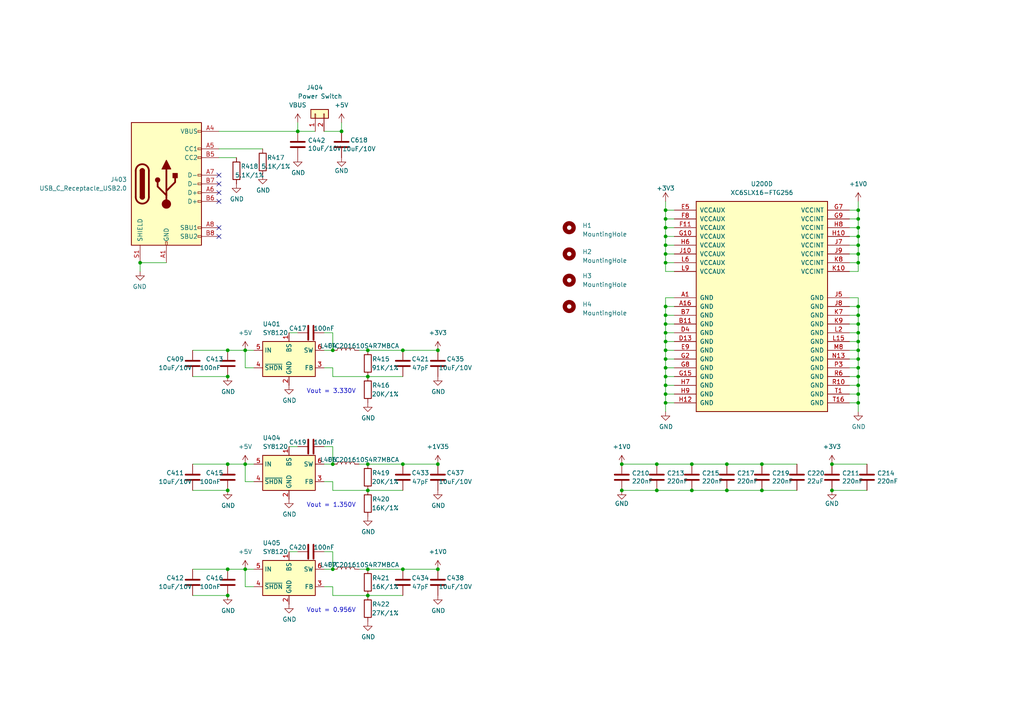
<source format=kicad_sch>
(kicad_sch (version 20230121) (generator eeschema)
  (paper "A4")
  (title_block (title "Caster EPDC") (date "2022-07-03") (rev "R0.4") (company "Copyright 2022 Modos / Engineer: Wenting Zhang"))
  (junction (at 248.92 76.2))
  (junction (at 66.04 101.6))
  (junction (at 116.84 134.62))
  (junction (at 248.92 73.66))
  (junction (at 200.66 134.62) (diameter 0.9144))
  (junction (at 96.52 165.1))
  (junction (at 106.68 165.1) (diameter 0.9144))
  (junction (at 248.92 99.06))
  (junction (at 193.04 88.9))
  (junction (at 106.68 134.62) (diameter 0.9144))
  (junction (at 193.04 68.58))
  (junction (at 71.12 165.1) (diameter 0.9144))
  (junction (at 193.04 111.76))
  (junction (at 71.12 101.6) (diameter 0.9144))
  (junction (at 248.92 116.84))
  (junction (at 106.68 109.22) (diameter 0.9144))
  (junction (at 193.04 99.06))
  (junction (at 106.68 172.72) (diameter 0.9144))
  (junction (at 248.92 101.6))
  (junction (at 193.04 76.2))
  (junction (at 193.04 109.22))
  (junction (at 193.04 101.6))
  (junction (at 116.84 101.6))
  (junction (at 210.82 142.24) (diameter 0.9144))
  (junction (at 248.92 93.98))
  (junction (at 248.92 66.04))
  (junction (at 248.92 114.3))
  (junction (at 193.04 60.96))
  (junction (at 127 101.6))
  (junction (at 220.98 134.62))
  (junction (at 220.98 142.24))
  (junction (at 127 165.1))
  (junction (at 193.04 71.12))
  (junction (at 106.68 101.6) (diameter 0.9144))
  (junction (at 71.12 134.62) (diameter 0.9144))
  (junction (at 248.92 96.52))
  (junction (at 248.92 91.44))
  (junction (at 116.84 165.1))
  (junction (at 200.66 142.24) (diameter 0.9144))
  (junction (at 106.68 142.24) (diameter 0.9144))
  (junction (at 248.92 106.68))
  (junction (at 248.92 88.9))
  (junction (at 66.04 142.24) (diameter 0.9144))
  (junction (at 193.04 104.14))
  (junction (at 193.04 66.04))
  (junction (at 127 134.62))
  (junction (at 248.92 71.12))
  (junction (at 241.3 134.62))
  (junction (at 96.52 134.62))
  (junction (at 193.04 63.5))
  (junction (at 193.04 116.84))
  (junction (at 96.52 101.6))
  (junction (at 86.36 38.1))
  (junction (at 248.92 109.22))
  (junction (at 193.04 106.68))
  (junction (at 66.04 134.62))
  (junction (at 248.92 111.76))
  (junction (at 66.04 172.72) (diameter 0.9144))
  (junction (at 99.06 38.1))
  (junction (at 193.04 114.3))
  (junction (at 193.04 73.66))
  (junction (at 241.3 142.24))
  (junction (at 193.04 93.98))
  (junction (at 210.82 134.62) (diameter 0.9144))
  (junction (at 180.34 134.62))
  (junction (at 190.5 142.24) (diameter 0.9144))
  (junction (at 66.04 165.1))
  (junction (at 66.04 109.22) (diameter 0.9144))
  (junction (at 248.92 104.14))
  (junction (at 180.34 142.24) (diameter 0.9144))
  (junction (at 248.92 68.58))
  (junction (at 193.04 96.52))
  (junction (at 248.92 63.5))
  (junction (at 248.92 60.96))
  (junction (at 190.5 134.62) (diameter 0.9144))
  (junction (at 193.04 91.44))
  (junction (at 40.64 76.2))
  (no_connect (at 63.5 68.58))
  (no_connect (at 63.5 66.04))
  (no_connect (at 63.5 55.88))
  (no_connect (at 63.5 50.8))
  (no_connect (at 63.5 58.42))
  (no_connect (at 63.5 53.34))
  (wire (pts (xy 193.04 109.22) (xy 195.58 109.22)))
  (wire (pts (xy 106.68 134.62) (xy 104.14 134.62)))
  (wire (pts (xy 83.82 160.02) (xy 86.36 160.02)))
  (wire (pts (xy 71.12 134.62) (xy 73.66 134.62)))
  (wire (pts (xy 66.04 101.6) (xy 71.12 101.6)))
  (wire (pts (xy 193.04 60.96) (xy 195.58 60.96)))
  (wire (pts (xy 246.38 86.36) (xy 248.92 86.36)))
  (wire (pts (xy 248.92 109.22) (xy 248.92 111.76)))
  (wire (pts (xy 193.04 88.9) (xy 195.58 88.9)))
  (wire (pts (xy 96.52 101.6) (xy 93.98 101.6)))
  (wire (pts (xy 93.98 129.54) (xy 96.52 129.54)))
  (wire (pts (xy 248.92 88.9) (xy 246.38 88.9)))
  (wire (pts (xy 248.92 66.04) (xy 248.92 68.58)))
  (wire (pts (xy 73.66 139.7) (xy 71.12 139.7)))
  (wire (pts (xy 210.82 142.24) (xy 220.98 142.24)))
  (wire (pts (xy 116.84 101.6) (xy 127 101.6)))
  (wire (pts (xy 248.92 66.04) (xy 246.38 66.04)))
  (wire (pts (xy 248.92 106.68) (xy 246.38 106.68)))
  (wire (pts (xy 248.92 114.3) (xy 248.92 116.84)))
  (wire (pts (xy 106.68 172.72) (xy 116.84 172.72)))
  (wire (pts (xy 96.52 170.18) (xy 96.52 172.72)))
  (wire (pts (xy 93.98 170.18) (xy 96.52 170.18)))
  (wire (pts (xy 55.88 172.72) (xy 66.04 172.72)))
  (wire (pts (xy 106.68 109.22) (xy 96.52 109.22)))
  (wire (pts (xy 193.04 66.04) (xy 195.58 66.04)))
  (wire (pts (xy 66.04 165.1) (xy 71.12 165.1)))
  (wire (pts (xy 193.04 114.3) (xy 195.58 114.3)))
  (wire (pts (xy 200.66 142.24) (xy 190.5 142.24)))
  (wire (pts (xy 193.04 91.44) (xy 195.58 91.44)))
  (wire (pts (xy 76.2 43.18) (xy 63.5 43.18)))
  (wire (pts (xy 248.92 60.96) (xy 246.38 60.96)))
  (wire (pts (xy 248.92 116.84) (xy 248.92 119.38)))
  (wire (pts (xy 200.66 134.62) (xy 190.5 134.62)))
  (wire (pts (xy 248.92 114.3) (xy 246.38 114.3)))
  (wire (pts (xy 193.04 71.12) (xy 195.58 71.12)))
  (wire (pts (xy 248.92 93.98) (xy 248.92 96.52)))
  (wire (pts (xy 248.92 63.5) (xy 246.38 63.5)))
  (wire (pts (xy 248.92 58.42) (xy 248.92 60.96)))
  (wire (pts (xy 248.92 78.74) (xy 246.38 78.74)))
  (wire (pts (xy 193.04 116.84) (xy 195.58 116.84)))
  (wire (pts (xy 248.92 111.76) (xy 246.38 111.76)))
  (wire (pts (xy 248.92 76.2) (xy 248.92 78.74)))
  (wire (pts (xy 193.04 93.98) (xy 195.58 93.98)))
  (wire (pts (xy 193.04 104.14) (xy 195.58 104.14)))
  (wire (pts (xy 55.88 109.22) (xy 66.04 109.22)))
  (wire (pts (xy 248.92 63.5) (xy 248.92 66.04)))
  (wire (pts (xy 116.84 134.62) (xy 127 134.62)))
  (wire (pts (xy 248.92 88.9) (xy 248.92 91.44)))
  (wire (pts (xy 106.68 101.6) (xy 104.14 101.6)))
  (wire (pts (xy 248.92 91.44) (xy 248.92 93.98)))
  (wire (pts (xy 96.52 106.68) (xy 96.52 109.22)))
  (wire (pts (xy 86.36 38.1) (xy 91.44 38.1)))
  (wire (pts (xy 93.98 106.68) (xy 96.52 106.68)))
  (wire (pts (xy 68.58 45.72) (xy 63.5 45.72)))
  (wire (pts (xy 71.12 106.68) (xy 71.12 101.6)))
  (wire (pts (xy 83.82 96.52) (xy 86.36 96.52)))
  (wire (pts (xy 248.92 116.84) (xy 246.38 116.84)))
  (wire (pts (xy 220.98 134.62) (xy 231.14 134.62)))
  (wire (pts (xy 106.68 142.24) (xy 116.84 142.24)))
  (wire (pts (xy 96.52 160.02) (xy 96.52 165.1)))
  (wire (pts (xy 71.12 165.1) (xy 73.66 165.1)))
  (wire (pts (xy 193.04 106.68) (xy 195.58 106.68)))
  (wire (pts (xy 248.92 91.44) (xy 246.38 91.44)))
  (wire (pts (xy 106.68 172.72) (xy 96.52 172.72)))
  (wire (pts (xy 248.92 106.68) (xy 248.92 109.22)))
  (wire (pts (xy 251.46 142.24) (xy 241.3 142.24)))
  (wire (pts (xy 193.04 63.5) (xy 195.58 63.5)))
  (wire (pts (xy 106.68 134.62) (xy 116.84 134.62)))
  (wire (pts (xy 248.92 99.06) (xy 248.92 101.6)))
  (wire (pts (xy 73.66 106.68) (xy 71.12 106.68)))
  (wire (pts (xy 248.92 99.06) (xy 246.38 99.06)))
  (wire (pts (xy 248.92 71.12) (xy 246.38 71.12)))
  (wire (pts (xy 71.12 101.6) (xy 73.66 101.6)))
  (wire (pts (xy 55.88 134.62) (xy 66.04 134.62)))
  (wire (pts (xy 96.52 96.52) (xy 96.52 101.6)))
  (wire (pts (xy 93.98 139.7) (xy 96.52 139.7)))
  (wire (pts (xy 248.92 68.58) (xy 246.38 68.58)))
  (wire (pts (xy 71.12 139.7) (xy 71.12 134.62)))
  (wire (pts (xy 248.92 104.14) (xy 248.92 106.68)))
  (wire (pts (xy 99.06 38.1) (xy 99.06 35.56)))
  (wire (pts (xy 248.92 60.96) (xy 248.92 63.5)))
  (wire (pts (xy 193.04 68.58) (xy 195.58 68.58)))
  (wire (pts (xy 248.92 96.52) (xy 246.38 96.52)))
  (wire (pts (xy 193.04 73.66) (xy 195.58 73.66)))
  (wire (pts (xy 248.92 101.6) (xy 248.92 104.14)))
  (wire (pts (xy 86.36 38.1) (xy 86.36 35.56)))
  (wire (pts (xy 248.92 86.36) (xy 248.92 88.9)))
  (wire (pts (xy 248.92 73.66) (xy 248.92 76.2)))
  (wire (pts (xy 248.92 76.2) (xy 246.38 76.2)))
  (wire (pts (xy 55.88 165.1) (xy 66.04 165.1)))
  (wire (pts (xy 220.98 142.24) (xy 231.14 142.24)))
  (wire (pts (xy 248.92 101.6) (xy 246.38 101.6)))
  (wire (pts (xy 193.04 76.2) (xy 195.58 76.2)))
  (wire (pts (xy 96.52 129.54) (xy 96.52 134.62)))
  (wire (pts (xy 193.04 58.42) (xy 193.04 60.96)))
  (wire (pts (xy 193.04 60.96) (xy 193.04 63.5)))
  (wire (pts (xy 193.04 63.5) (xy 193.04 66.04)))
  (wire (pts (xy 193.04 66.04) (xy 193.04 68.58)))
  (wire (pts (xy 193.04 68.58) (xy 193.04 71.12)))
  (wire (pts (xy 193.04 71.12) (xy 193.04 73.66)))
  (wire (pts (xy 193.04 73.66) (xy 193.04 76.2)))
  (wire (pts (xy 193.04 76.2) (xy 193.04 78.74)))
  (wire (pts (xy 193.04 78.74) (xy 195.58 78.74)))
  (wire (pts (xy 71.12 170.18) (xy 71.12 165.1)))
  (wire (pts (xy 210.82 142.24) (xy 200.66 142.24)))
  (wire (pts (xy 83.82 129.54) (xy 86.36 129.54)))
  (wire (pts (xy 241.3 134.62) (xy 251.46 134.62)))
  (wire (pts (xy 96.52 165.1) (xy 93.98 165.1)))
  (wire (pts (xy 55.88 142.24) (xy 66.04 142.24)))
  (wire (pts (xy 96.52 134.62) (xy 93.98 134.62)))
  (wire (pts (xy 93.98 38.1) (xy 99.06 38.1)))
  (wire (pts (xy 106.68 142.24) (xy 96.52 142.24)))
  (wire (pts (xy 106.68 109.22) (xy 116.84 109.22)))
  (wire (pts (xy 248.92 109.22) (xy 246.38 109.22)))
  (wire (pts (xy 210.82 134.62) (xy 200.66 134.62)))
  (wire (pts (xy 193.04 111.76) (xy 195.58 111.76)))
  (wire (pts (xy 66.04 134.62) (xy 71.12 134.62)))
  (wire (pts (xy 248.92 93.98) (xy 246.38 93.98)))
  (wire (pts (xy 193.04 99.06) (xy 195.58 99.06)))
  (wire (pts (xy 73.66 170.18) (xy 71.12 170.18)))
  (wire (pts (xy 106.68 165.1) (xy 104.14 165.1)))
  (wire (pts (xy 193.04 96.52) (xy 195.58 96.52)))
  (wire (pts (xy 86.36 38.1) (xy 63.5 38.1)))
  (wire (pts (xy 40.64 76.2) (xy 40.64 78.74)))
  (wire (pts (xy 248.92 71.12) (xy 248.92 73.66)))
  (wire (pts (xy 190.5 142.24) (xy 180.34 142.24)))
  (wire (pts (xy 248.92 104.14) (xy 246.38 104.14)))
  (wire (pts (xy 116.84 165.1) (xy 127 165.1)))
  (wire (pts (xy 248.92 68.58) (xy 248.92 71.12)))
  (wire (pts (xy 93.98 96.52) (xy 96.52 96.52)))
  (wire (pts (xy 106.68 165.1) (xy 116.84 165.1)))
  (wire (pts (xy 193.04 101.6) (xy 195.58 101.6)))
  (wire (pts (xy 193.04 86.36) (xy 193.04 88.9)))
  (wire (pts (xy 195.58 86.36) (xy 193.04 86.36)))
  (wire (pts (xy 193.04 88.9) (xy 193.04 91.44)))
  (wire (pts (xy 193.04 91.44) (xy 193.04 93.98)))
  (wire (pts (xy 193.04 106.68) (xy 193.04 109.22)))
  (wire (pts (xy 193.04 109.22) (xy 193.04 111.76)))
  (wire (pts (xy 193.04 99.06) (xy 193.04 101.6)))
  (wire (pts (xy 193.04 101.6) (xy 193.04 104.14)))
  (wire (pts (xy 193.04 104.14) (xy 193.04 106.68)))
  (wire (pts (xy 193.04 93.98) (xy 193.04 96.52)))
  (wire (pts (xy 193.04 96.52) (xy 193.04 99.06)))
  (wire (pts (xy 193.04 111.76) (xy 193.04 114.3)))
  (wire (pts (xy 193.04 114.3) (xy 193.04 116.84)))
  (wire (pts (xy 193.04 116.84) (xy 193.04 119.38)))
  (wire (pts (xy 248.92 96.52) (xy 248.92 99.06)))
  (wire (pts (xy 106.68 101.6) (xy 116.84 101.6)))
  (wire (pts (xy 248.92 111.76) (xy 248.92 114.3)))
  (wire (pts (xy 180.34 134.62) (xy 190.5 134.62)))
  (wire (pts (xy 248.92 73.66) (xy 246.38 73.66)))
  (wire (pts (xy 48.26 76.2) (xy 40.64 76.2)))
  (wire (pts (xy 210.82 134.62) (xy 220.98 134.62)))
  (wire (pts (xy 55.88 101.6) (xy 66.04 101.6)))
  (wire (pts (xy 96.52 139.7) (xy 96.52 142.24)))
  (wire (pts (xy 93.98 160.02) (xy 96.52 160.02)))
  (text "Vout = 1.350V" (at 88.9 147.32 0) (effects (font (size 1.27 1.27)) (justify left bottom)))
  (text "Vout = 0.956V" (at 88.9 177.8 0) (effects (font (size 1.27 1.27)) (justify left bottom)))
  (text "Vout = 3.330V" (at 88.9 114.3 0) (effects (font (size 1.27 1.27)) (justify left bottom)))
  (symbol (lib_id "power:GND") (at 127 142.24 0) (unit 1)
    (property "Reference" "#PWR0458" (effects hide))
    (property "Value" "GND" (at 127.127 146.6342 0))
    (instances (project "pcb" (path "" (reference "#PWR0458") (unit 1))) (project "pcb" (path "" (reference "#PWR022") (unit 1))) (project "pcb" (path "" (reference "#PWR021") (unit 1))))
  )
  (symbol (lib_id "Device:R") (at 106.68 168.91 180) (unit 1)
    (property "Reference" "R421" (at 110.49 167.64 0))
    (property "Value" "16K/1%" (at 111.76 170.18 0))
    (property "Footprint" "Resistor_SMD:R_0402_1005Metric" (effects hide))
    (instances (project "pcb" (path "" (reference "R421") (unit 1))) (project "pcb" (path "" (reference "R7") (unit 1))) (project "pcb" (path "" (reference "R7") (unit 1))))
  )
  (symbol (lib_id "Connector:USB_C_Receptacle_USB2.0") (at 48.26 53.34 0) (unit 1)
    (property "Reference" "J403" (at 36.83 52.07 0) (effects (justify right)))
    (property "Value" "USB_C_Receptacle_USB2.0" (at 36.83 54.61 0) (effects (justify right)))
    (property "Footprint" "Connector_USB:USB_C_Receptacle_HRO_TYPE-C-31-M-12" (effects hide))
    (property "Datasheet" "https://www.usb.org/sites/default/files/documents/usb_type-c.zip" (effects hide))
    (instances (project "pcb" (path "" (reference "J403") (unit 1))) (project "pcb" (path "" (reference "J7") (unit 1))))
  )
  (symbol (lib_id "power:GND") (at 193.04 119.38 0) (unit 1)
    (property "Reference" "#PWR0102" (effects hide))
    (property "Value" "GND" (at 193.167 123.7742 0))
  )
  (symbol (lib_id "power:+1V35") (at 127 134.62 0) (unit 1)
    (property "Reference" "#PWR0457" (effects hide))
    (property "Value" "+1V35" (at 127 129.54 0))
    (instances (project "pcb" (path "" (reference "#PWR0457") (unit 1))) (project "pcb" (path "" (reference "#PWR021") (unit 1))))
  )
  (symbol (lib_id "Device:R") (at 68.58 49.53 180) (unit 1)
    (property "Reference" "R418" (at 72.39 48.26 0))
    (property "Value" "5.1K/1%" (at 72.39 50.8 0))
    (property "Footprint" "Resistor_SMD:R_0402_1005Metric" (effects hide))
    (instances (project "pcb" (path "" (reference "R418") (unit 1))) (project "pcb" (path "" (reference "R25") (unit 1)) (path "" (reference "R42") (unit 1))) (project "pcb" (path "" (reference "R7") (unit 1))))
  )
  (symbol (lib_id "Device:C") (at 127 138.43 180) (unit 1)
    (property "Reference" "C437" (at 132.08 137.16 0))
    (property "Value" "10uF/10V" (at 132.08 139.7 0))
    (property "Footprint" "Capacitor_SMD:C_0805_2012Metric" (effects hide))
    (instances (project "pcb" (path "" (reference "C437") (unit 1))) (project "pcb" (path "" (reference "C19") (unit 1))) (project "pcb" (path "" (reference "C15") (unit 1))))
  )
  (symbol (lib_id "power:GND") (at 68.58 53.34 0) (unit 1)
    (property "Reference" "#PWR0461" (effects hide))
    (property "Value" "GND" (at 68.707 57.7342 0))
    (instances (project "pcb" (path "" (reference "#PWR0461") (unit 1))) (project "pcb" (path "" (reference "#PWR0177") (unit 1))))
  )
  (symbol (lib_id "Device:R") (at 106.68 113.03 180) (unit 1)
    (property "Reference" "R416" (at 110.49 111.76 0))
    (property "Value" "20K/1%" (at 111.76 114.3 0))
    (property "Footprint" "Resistor_SMD:R_0402_1005Metric" (effects hide))
    (instances (project "pcb" (path "" (reference "R416") (unit 1))) (project "pcb" (path "" (reference "R2") (unit 1))) (project "pcb" (path "" (reference "R8") (unit 1))))
  )
  (symbol (lib_id "power:+5V") (at 99.06 35.56 0) (unit 1)
    (property "Reference" "#PWR0135" (effects hide))
    (property "Value" "+5V" (at 99.06 30.48 0))
    (instances (project "pcb" (path "" (reference "#PWR0135") (unit 1)) (path "" (reference "#PWR0466") (unit 1))) (project "pcb" (path "" (reference "#PWR031") (unit 1))))
  )
  (symbol (lib_id "power:+1V0") (at 180.34 134.62 0) (unit 1)
    (property "Reference" "#PWR0423" (effects hide))
    (property "Value" "+1V0" (at 180.34 129.54 0))
    (instances (project "pcb" (path "" (reference "#PWR0423") (unit 1))) (project "pcb" (path "" (reference "#PWR023") (unit 1))))
  )
  (symbol (lib_id "Device:L") (at 100.33 101.6 90) (unit 1)
    (property "Reference" "L404" (at 95.25 100.33 90))
    (property "Value" "FTC201610S4R7MBCA" (at 105.41 100.33 90))
    (property "Footprint" "Inductor_SMD:L_Murata_DFE201610P" (effects hide))
    (instances (project "pcb" (path "" (reference "L404") (unit 1))) (project "pcb" (path "" (reference "L1") (unit 1))) (project "pcb" (path "" (reference "L2") (unit 1))))
  )
  (symbol (lib_id "power:GND") (at 127 172.72 0) (unit 1)
    (property "Reference" "#PWR0460" (effects hide))
    (property "Value" "GND" (at 127.127 177.1142 0))
    (instances (project "pcb" (path "" (reference "#PWR0460") (unit 1))) (project "pcb" (path "" (reference "#PWR024") (unit 1))) (project "pcb" (path "" (reference "#PWR021") (unit 1))))
  )
  (symbol (lib_id "Device:R") (at 76.2 46.99 180) (unit 1)
    (property "Reference" "R417" (at 80.01 45.72 0))
    (property "Value" "5.1K/1%" (at 80.01 48.26 0))
    (property "Footprint" "Resistor_SMD:R_0402_1005Metric" (effects hide))
    (instances (project "pcb" (path "" (reference "R417") (unit 1))) (project "pcb" (path "" (reference "R25") (unit 1)) (path "" (reference "R41") (unit 1))) (project "pcb" (path "" (reference "R7") (unit 1))))
  )
  (symbol (lib_id "Device:C") (at 251.46 138.43 0) (unit 1)
    (property "Reference" "C214" (at 254.381 137.2616 0) (effects (justify left)))
    (property "Value" "220nF" (at 254.381 139.573 0) (effects (justify left)))
    (property "Footprint" "Capacitor_SMD:C_0402_1005Metric" (effects hide))
    (property "LCSC" "C880414" (effects hide))
    (property "Ref.Price" "0.0036" (effects hide))
  )
  (symbol (lib_id "Device:L") (at 100.33 134.62 90) (unit 1)
    (property "Reference" "L406" (at 95.25 133.35 90))
    (property "Value" "FTC201610S4R7MBCA" (at 105.41 133.35 90))
    (property "Footprint" "Inductor_SMD:L_Murata_DFE201610P" (effects hide))
    (instances (project "pcb" (path "" (reference "L406") (unit 1))) (project "pcb" (path "" (reference "L3") (unit 1))) (project "pcb" (path "" (reference "L2") (unit 1))))
  )
  (symbol (lib_id "Device:C") (at 116.84 138.43 180) (unit 1)
    (property "Reference" "C433" (at 121.92 137.16 0))
    (property "Value" "47pF" (at 121.92 139.7 0))
    (property "Footprint" "Capacitor_SMD:C_0402_1005Metric" (effects hide))
    (instances (project "pcb" (path "" (reference "C433") (unit 1))) (project "pcb" (path "" (reference "C15") (unit 1))) (project "pcb" (path "" (reference "C13") (unit 1))))
  )
  (symbol (lib_id "symbols:SY8120") (at 83.82 167.64 0) (unit 1)
    (property "Reference" "U405" (at 76.2 157.48 0) (effects (justify left)))
    (property "Value" "SY8120" (at 76.2 160.02 0) (effects (justify left)))
    (property "Footprint" "Package_TO_SOT_SMD:TSOT-23-6" (effects hide))
    (instances (project "pcb" (path "" (reference "U405") (unit 1))) (project "pcb" (path "" (reference "U4") (unit 1))))
  )
  (symbol (lib_id "power:+1V0") (at 248.92 58.42 0) (unit 1)
    (property "Reference" "#PWR0433" (effects hide))
    (property "Value" "+1V0" (at 248.92 53.34 0))
    (instances (project "pcb" (path "" (reference "#PWR0433") (unit 1))) (project "pcb" (path "" (reference "#PWR023") (unit 1))))
  )
  (symbol (lib_id "power:GND") (at 106.68 116.84 0) (unit 1)
    (property "Reference" "#PWR0444" (effects hide))
    (property "Value" "GND" (at 106.807 121.2342 0))
    (instances (project "pcb" (path "" (reference "#PWR0444") (unit 1))) (project "pcb" (path "" (reference "#PWR013") (unit 1))) (project "pcb" (path "" (reference "#PWR017") (unit 1))))
  )
  (symbol (lib_id "Device:C") (at 90.17 160.02 270) (unit 1)
    (property "Reference" "C420" (at 86.36 158.75 90))
    (property "Value" "100nF" (at 93.98 158.75 90))
    (property "Footprint" "Capacitor_SMD:C_0402_1005Metric" (effects hide))
    (instances (project "pcb" (path "" (reference "C420") (unit 1))) (project "pcb" (path "" (reference "C12") (unit 1))) (project "pcb" (path "" (reference "C13") (unit 1))))
  )
  (symbol (lib_id "power:VBUS") (at 86.36 35.56 0) (unit 1)
    (property "Reference" "#PWR0445" (effects hide))
    (property "Value" "VBUS" (at 86.36 30.48 0))
    (instances (project "pcb" (path "" (reference "#PWR0445") (unit 1))) (project "pcb" (path "" (reference "#PWR0171") (unit 1))))
  )
  (symbol (lib_id "Device:L") (at 100.33 165.1 90) (unit 1)
    (property "Reference" "L407" (at 95.25 163.83 90))
    (property "Value" "FTC201610S4R7MBCA" (at 105.41 163.83 90))
    (property "Footprint" "Inductor_SMD:L_Murata_DFE201610P" (effects hide))
    (instances (project "pcb" (path "" (reference "L407") (unit 1))) (project "pcb" (path "" (reference "L4") (unit 1))) (project "pcb" (path "" (reference "L2") (unit 1))))
  )
  (symbol (lib_id "Device:R") (at 106.68 138.43 180) (unit 1)
    (property "Reference" "R419" (at 110.49 137.16 0))
    (property "Value" "20K/1%" (at 111.76 139.7 0))
    (property "Footprint" "Resistor_SMD:R_0402_1005Metric" (effects hide))
    (instances (project "pcb" (path "" (reference "R419") (unit 1))) (project "pcb" (path "" (reference "R5") (unit 1))) (project "pcb" (path "" (reference "R7") (unit 1))))
  )
  (symbol (lib_id "Device:R") (at 106.68 146.05 180) (unit 1)
    (property "Reference" "R420" (at 110.49 144.78 0))
    (property "Value" "16K/1%" (at 111.76 147.32 0))
    (property "Footprint" "Resistor_SMD:R_0402_1005Metric" (effects hide))
    (instances (project "pcb" (path "" (reference "R420") (unit 1))) (project "pcb" (path "" (reference "R6") (unit 1))) (project "pcb" (path "" (reference "R8") (unit 1))))
  )
  (symbol (lib_id "symbols:SY8120") (at 83.82 104.14 0) (unit 1)
    (property "Reference" "U401" (at 76.2 93.98 0) (effects (justify left)))
    (property "Value" "SY8120" (at 76.2 96.52 0) (effects (justify left)))
    (property "Footprint" "Package_TO_SOT_SMD:TSOT-23-6" (effects hide))
    (instances (project "pcb" (path "" (reference "U401") (unit 1))) (project "pcb" (path "" (reference "U1") (unit 1))))
  )
  (symbol (lib_id "Device:C") (at 66.04 105.41 180) (unit 1)
    (property "Reference" "C413" (at 62.23 104.14 0))
    (property "Value" "100nF" (at 60.96 106.68 0))
    (property "Footprint" "Capacitor_SMD:C_0402_1005Metric" (effects hide))
    (instances (project "pcb" (path "" (reference "C413") (unit 1))) (project "pcb" (path "" (reference "C5") (unit 1))) (project "pcb" (path "" (reference "C12") (unit 1))))
  )
  (symbol (lib_id "Device:C") (at 55.88 138.43 180) (unit 1)
    (property "Reference" "C411" (at 50.8 137.16 0))
    (property "Value" "10uF/10V" (at 50.8 139.7 0))
    (property "Footprint" "Capacitor_SMD:C_0805_2012Metric" (effects hide))
    (instances (project "pcb" (path "" (reference "C411") (unit 1))) (project "pcb" (path "" (reference "C3") (unit 1))) (project "pcb" (path "" (reference "C10") (unit 1))))
  )
  (symbol (lib_id "Device:C") (at 55.88 105.41 180) (unit 1)
    (property "Reference" "C409" (at 50.8 104.14 0))
    (property "Value" "10uF/10V" (at 50.8 106.68 0))
    (property "Footprint" "Capacitor_SMD:C_0805_2012Metric" (effects hide))
    (instances (project "pcb" (path "" (reference "C409") (unit 1))) (project "pcb" (path "" (reference "C1") (unit 1))) (project "pcb" (path "" (reference "C10") (unit 1))))
  )
  (symbol (lib_id "Device:C") (at 127 105.41 180) (unit 1)
    (property "Reference" "C435" (at 132.08 104.14 0))
    (property "Value" "10uF/10V" (at 132.08 106.68 0))
    (property "Footprint" "Capacitor_SMD:C_0805_2012Metric" (effects hide))
    (instances (project "pcb" (path "" (reference "C435") (unit 1))) (project "pcb" (path "" (reference "C17") (unit 1))) (project "pcb" (path "" (reference "C15") (unit 1))))
  )
  (symbol (lib_id "Device:C") (at 220.98 138.43 0) (unit 1)
    (property "Reference" "C219" (at 223.901 137.2616 0) (effects (justify left)))
    (property "Value" "220nF" (at 223.901 139.573 0) (effects (justify left)))
    (property "Footprint" "Capacitor_SMD:C_0402_1005Metric" (effects hide))
    (property "LCSC" "C880414" (effects hide))
    (property "Ref.Price" "0.0036" (effects hide))
  )
  (symbol (lib_id "power:GND") (at 127 109.22 0) (unit 1)
    (property "Reference" "#PWR0450" (effects hide))
    (property "Value" "GND" (at 127.127 113.6142 0))
    (instances (project "pcb" (path "" (reference "#PWR0450") (unit 1))) (project "pcb" (path "" (reference "#PWR018") (unit 1))) (project "pcb" (path "" (reference "#PWR021") (unit 1))))
  )
  (symbol (lib_id "power:GND") (at 40.64 78.74 0) (mirror y) (unit 1)
    (property "Reference" "#PWR0462" (effects hide))
    (property "Value" "GND" (at 40.513 83.1342 0))
    (instances (project "pcb" (path "" (reference "#PWR0462") (unit 1))) (project "pcb" (path "" (reference "#PWR0183") (unit 1))))
  )
  (symbol (lib_id "Mechanical:MountingHole") (at 165.1 73.66 0) (unit 1)
    (property "Reference" "H2" (at 168.91 73.0249 0) (effects (justify left)))
    (property "Value" "MountingHole" (at 168.91 75.5649 0) (effects (justify left)))
    (property "Footprint" "MountingHole:MountingHole_2.2mm_M2_DIN965" (effects hide))
  )
  (symbol (lib_id "Mechanical:MountingHole") (at 165.1 88.9 0) (unit 1)
    (property "Reference" "H4" (at 168.91 88.2649 0) (effects (justify left)))
    (property "Value" "MountingHole" (at 168.91 90.8049 0) (effects (justify left)))
    (property "Footprint" "MountingHole:MountingHole_2.2mm_M2_DIN965" (effects hide))
  )
  (symbol (lib_id "Device:R") (at 106.68 176.53 180) (unit 1)
    (property "Reference" "R422" (at 110.49 175.26 0))
    (property "Value" "27K/1%" (at 111.76 177.8 0))
    (property "Footprint" "Resistor_SMD:R_0402_1005Metric" (effects hide))
    (instances (project "pcb" (path "" (reference "R422") (unit 1))) (project "pcb" (path "" (reference "R8") (unit 1))) (project "pcb" (path "" (reference "R8") (unit 1))))
  )
  (symbol (lib_id "power:GND") (at 66.04 142.24 0) (unit 1)
    (property "Reference" "#PWR0434" (effects hide))
    (property "Value" "GND" (at 66.167 146.6342 0))
    (instances (project "pcb" (path "" (reference "#PWR0434") (unit 1))) (project "pcb" (path "" (reference "#PWR03") (unit 1))) (project "pcb" (path "" (reference "#PWR010") (unit 1))))
  )
  (symbol (lib_id "Device:C") (at 90.17 96.52 270) (unit 1)
    (property "Reference" "C417" (at 86.36 95.25 90))
    (property "Value" "100nF" (at 93.98 95.25 90))
    (property "Footprint" "Capacitor_SMD:C_0402_1005Metric" (effects hide))
    (instances (project "pcb" (path "" (reference "C417") (unit 1))) (project "pcb" (path "" (reference "C9") (unit 1))) (project "pcb" (path "" (reference "C13") (unit 1))))
  )
  (symbol (lib_id "Device:C") (at 200.66 138.43 0) (unit 1)
    (property "Reference" "C215" (at 203.581 137.2616 0) (effects (justify left)))
    (property "Value" "220nF" (at 203.581 139.573 0) (effects (justify left)))
    (property "Footprint" "Capacitor_SMD:C_0402_1005Metric" (effects hide))
    (property "LCSC" "C880414" (effects hide))
    (property "Ref.Price" "0.0036" (effects hide))
  )
  (symbol (lib_id "power:GND") (at 66.04 109.22 0) (unit 1)
    (property "Reference" "#PWR0432" (effects hide))
    (property "Value" "GND" (at 66.167 113.6142 0))
    (instances (project "pcb" (path "" (reference "#PWR0432") (unit 1))) (project "pcb" (path "" (reference "#PWR01") (unit 1))) (project "pcb" (path "" (reference "#PWR010") (unit 1))))
  )
  (symbol (lib_id "power:GND") (at 248.92 119.38 0) (unit 1)
    (property "Reference" "#PWR0101" (effects hide))
    (property "Value" "GND" (at 249.047 123.7742 0))
  )
  (symbol (lib_id "power:GND") (at 106.68 149.86 0) (unit 1)
    (property "Reference" "#PWR0446" (effects hide))
    (property "Value" "GND" (at 106.807 154.2542 0))
    (instances (project "pcb" (path "" (reference "#PWR0446") (unit 1))) (project "pcb" (path "" (reference "#PWR015") (unit 1))) (project "pcb" (path "" (reference "#PWR017") (unit 1))))
  )
  (symbol (lib_id "power:+5V") (at 71.12 101.6 0) (unit 1)
    (property "Reference" "#PWR0436" (effects hide))
    (property "Value" "+5V" (at 71.12 96.52 0))
    (instances (project "pcb" (path "" (reference "#PWR0436") (unit 1))) (project "pcb" (path "" (reference "#PWR05") (unit 1))))
  )
  (symbol (lib_id "power:GND") (at 106.68 180.34 0) (unit 1)
    (property "Reference" "#PWR0447" (effects hide))
    (property "Value" "GND" (at 106.807 184.7342 0))
    (instances (project "pcb" (path "" (reference "#PWR0447") (unit 1))) (project "pcb" (path "" (reference "#PWR016") (unit 1))) (project "pcb" (path "" (reference "#PWR017") (unit 1))))
  )
  (symbol (lib_id "Device:C") (at 99.06 41.91 0) (mirror x) (unit 1)
    (property "Reference" "C618" (at 104.14 40.64 0))
    (property "Value" "10uF/10V" (at 104.14 43.18 0))
    (property "Footprint" "Capacitor_SMD:C_0805_2012Metric" (effects hide))
    (property "LCSC" "C105490" (effects hide))
    (property "Ref.Price" "0.0165" (effects hide))
    (instances (project "pcb" (path "" (reference "C618") (unit 1)) (path "" (reference "C444") (unit 1))) (project "pcb" (path "" (reference "C27") (unit 1))))
  )
  (symbol (lib_id "power:GND") (at 86.36 45.72 0) (unit 1)
    (property "Reference" "#PWR0455" (effects hide))
    (property "Value" "GND" (at 86.487 50.1142 0))
    (instances (project "pcb" (path "" (reference "#PWR0455") (unit 1))) (project "pcb" (path "" (reference "#PWR0172") (unit 1))))
  )
  (symbol (lib_id "power:+3V3") (at 127 101.6 0) (unit 1)
    (property "Reference" "#PWR0448" (effects hide))
    (property "Value" "+3V3" (at 127 96.52 0))
    (instances (project "pcb" (path "" (reference "#PWR0448") (unit 1))) (project "pcb" (path "" (reference "#PWR017") (unit 1))) (project "pcb" (path "" (reference "#PWR020") (unit 1))))
  )
  (symbol (lib_id "symbols:SY8120") (at 83.82 137.16 0) (unit 1)
    (property "Reference" "U404" (at 76.2 127 0) (effects (justify left)))
    (property "Value" "SY8120" (at 76.2 129.54 0) (effects (justify left)))
    (property "Footprint" "Package_TO_SOT_SMD:TSOT-23-6" (effects hide))
    (instances (project "pcb" (path "" (reference "U404") (unit 1))) (project "pcb" (path "" (reference "U3") (unit 1))))
  )
  (symbol (lib_id "power:GND") (at 99.06 45.72 0) (mirror y) (unit 1)
    (property "Reference" "#PWR0134" (effects hide))
    (property "Value" "GND" (at 99.06 49.53 0))
    (instances (project "pcb" (path "" (reference "#PWR0134") (unit 1)) (path "" (reference "#PWR0467") (unit 1))) (project "pcb" (path "" (reference "#PWR032") (unit 1))))
  )
  (symbol (lib_id "Device:C") (at 66.04 138.43 180) (unit 1)
    (property "Reference" "C415" (at 62.23 137.16 0))
    (property "Value" "100nF" (at 60.96 139.7 0))
    (property "Footprint" "Capacitor_SMD:C_0402_1005Metric" (effects hide))
    (instances (project "pcb" (path "" (reference "C415") (unit 1))) (project "pcb" (path "" (reference "C7") (unit 1))) (project "pcb" (path "" (reference "C12") (unit 1))))
  )
  (symbol (lib_id "Device:C") (at 55.88 168.91 180) (unit 1)
    (property "Reference" "C412" (at 50.8 167.64 0))
    (property "Value" "10uF/10V" (at 50.8 170.18 0))
    (property "Footprint" "Capacitor_SMD:C_0805_2012Metric" (effects hide))
    (instances (project "pcb" (path "" (reference "C412") (unit 1))) (project "pcb" (path "" (reference "C4") (unit 1))) (project "pcb" (path "" (reference "C10") (unit 1))))
  )
  (symbol (lib_id "Connector_Generic:Conn_01x02") (at 91.44 33.02 90) (unit 1)
    (property "Reference" "J404" (at 88.9 25.4 90) (effects (justify right)))
    (property "Value" "Power Switch" (at 86.36 27.94 90) (effects (justify right)))
    (property "Footprint" "Connector_PinHeader_2.54mm:PinHeader_1x02_P2.54mm_Vertical" (effects hide))
  )
  (symbol (lib_id "power:+3V3") (at 241.3 134.62 0) (unit 1)
    (property "Reference" "#PWR0128" (effects hide))
    (property "Value" "+3V3" (at 241.3 129.54 0))
    (instances (project "pcb" (path "" (reference "#PWR0128") (unit 1)) (path "" (reference "#PWR0425") (unit 1))))
  )
  (symbol (lib_id "Device:C") (at 116.84 105.41 180) (unit 1)
    (property "Reference" "C421" (at 121.92 104.14 0))
    (property "Value" "47pF" (at 121.92 106.68 0))
    (property "Footprint" "Capacitor_SMD:C_0402_1005Metric" (effects hide))
    (instances (project "pcb" (path "" (reference "C421") (unit 1))) (project "pcb" (path "" (reference "C13") (unit 1))) (project "pcb" (path "" (reference "C13") (unit 1))))
  )
  (symbol (lib_id "Device:C") (at 241.3 138.43 0) (unit 1)
    (property "Reference" "C211" (at 244.221 137.2616 0) (effects (justify left)))
    (property "Value" "220nF" (at 244.221 139.573 0) (effects (justify left)))
    (property "Footprint" "Capacitor_SMD:C_0402_1005Metric" (effects hide))
    (property "LCSC" "C880414" (effects hide))
    (property "Ref.Price" "0.0036" (effects hide))
  )
  (symbol (lib_id "Device:C") (at 116.84 168.91 180) (unit 1)
    (property "Reference" "C434" (at 121.92 167.64 0))
    (property "Value" "47pF" (at 121.92 170.18 0))
    (property "Footprint" "Capacitor_SMD:C_0402_1005Metric" (effects hide))
    (instances (project "pcb" (path "" (reference "C434") (unit 1))) (project "pcb" (path "" (reference "C16") (unit 1))) (project "pcb" (path "" (reference "C13") (unit 1))))
  )
  (symbol (lib_id "Mechanical:MountingHole") (at 165.1 81.28 0) (unit 1)
    (property "Reference" "H3" (at 168.91 80.01 0) (effects (justify left)))
    (property "Value" "MountingHole" (at 168.91 82.55 0) (effects (justify left)))
    (property "Footprint" "MountingHole:MountingHole_2.2mm_M2_DIN965" (effects hide))
  )
  (symbol (lib_id "Device:C") (at 66.04 168.91 180) (unit 1)
    (property "Reference" "C416" (at 62.23 167.64 0))
    (property "Value" "100nF" (at 60.96 170.18 0))
    (property "Footprint" "Capacitor_SMD:C_0402_1005Metric" (effects hide))
    (instances (project "pcb" (path "" (reference "C416") (unit 1))) (project "pcb" (path "" (reference "C8") (unit 1))) (project "pcb" (path "" (reference "C12") (unit 1))))
  )
  (symbol (lib_id "Device:C") (at 86.36 41.91 0) (unit 1)
    (property "Reference" "C442" (at 89.281 40.7416 0) (effects (justify left)))
    (property "Value" "10uF/10V" (at 89.281 43.053 0) (effects (justify left)))
    (property "Footprint" "Capacitor_SMD:C_0805_2012Metric" (effects hide))
    (instances (project "pcb" (path "" (reference "C442") (unit 1))) (project "pcb" (path "" (reference "C133") (unit 1))))
  )
  (symbol (lib_id "Mechanical:MountingHole") (at 165.1 66.04 0) (unit 1)
    (property "Reference" "H1" (at 168.91 65.4049 0) (effects (justify left)))
    (property "Value" "MountingHole" (at 168.91 67.9449 0) (effects (justify left)))
    (property "Footprint" "MountingHole:MountingHole_2.2mm_M2_DIN965" (effects hide))
  )
  (symbol (lib_id "FPGA_Xilinx_Spartan6:XC6SLX16-FTG256") (at 220.98 88.9 0) (unit 4)
    (property "Reference" "U200" (at 220.98 53.34 0))
    (property "Value" "XC6SLX16-FTG256" (at 220.98 55.88 0))
    (property "Footprint" "footprints:Xilinx_FTG256" (effects hide))
    (property "LCSC" "C39313" (effects hide))
    (property "Ref.Price" "7.4837" (effects hide))
  )
  (symbol (lib_id "Device:C") (at 190.5 138.43 0) (unit 1)
    (property "Reference" "C213" (at 193.421 137.2616 0) (effects (justify left)))
    (property "Value" "220nF" (at 193.421 139.573 0) (effects (justify left)))
    (property "Footprint" "Capacitor_SMD:C_0402_1005Metric" (effects hide))
    (property "LCSC" "C880414" (effects hide))
    (property "Ref.Price" "0.0036" (effects hide))
  )
  (symbol (lib_id "Device:C") (at 231.14 138.43 0) (unit 1)
    (property "Reference" "C220" (at 234.061 137.2616 0) (effects (justify left)))
    (property "Value" "22uF" (at 234.061 139.573 0) (effects (justify left)))
    (property "Footprint" "Capacitor_SMD:C_0603_1608Metric" (effects hide))
    (property "LCSC" "C94018" (effects hide))
    (property "Ref.Price" "0.0301" (effects hide))
  )
  (symbol (lib_id "power:+1V0") (at 127 165.1 0) (unit 1)
    (property "Reference" "#PWR0459" (effects hide))
    (property "Value" "+1V0" (at 127 160.02 0))
    (instances (project "pcb" (path "" (reference "#PWR0459") (unit 1))) (project "pcb" (path "" (reference "#PWR023") (unit 1))))
  )
  (symbol (lib_id "power:GND") (at 180.34 142.24 0) (unit 1)
    (property "Reference" "#PWR0210" (effects hide))
    (property "Value" "GND" (at 180.34 146.05 0))
    (instances (project "pcb" (path "" (reference "#PWR0210") (unit 1)) (path "" (reference "#PWR0424") (unit 1))))
  )
  (symbol (lib_id "power:+5V") (at 71.12 165.1 0) (unit 1)
    (property "Reference" "#PWR0439" (effects hide))
    (property "Value" "+5V" (at 71.12 160.02 0))
    (instances (project "pcb" (path "" (reference "#PWR0439") (unit 1))) (project "pcb" (path "" (reference "#PWR08") (unit 1))))
  )
  (symbol (lib_id "power:GND") (at 241.3 142.24 0) (unit 1)
    (property "Reference" "#PWR0212" (effects hide))
    (property "Value" "GND" (at 241.3 146.05 0))
    (instances (project "pcb" (path "" (reference "#PWR0212") (unit 1)) (path "" (reference "#PWR0426") (unit 1))))
  )
  (symbol (lib_id "Device:R") (at 106.68 105.41 180) (unit 1)
    (property "Reference" "R415" (at 110.49 104.14 0))
    (property "Value" "91K/1%" (at 111.76 106.68 0))
    (property "Footprint" "Resistor_SMD:R_0402_1005Metric" (effects hide))
    (instances (project "pcb" (path "" (reference "R415") (unit 1))) (project "pcb" (path "" (reference "R1") (unit 1))) (project "pcb" (path "" (reference "R7") (unit 1))))
  )
  (symbol (lib_id "power:GND") (at 66.04 172.72 0) (unit 1)
    (property "Reference" "#PWR0435" (effects hide))
    (property "Value" "GND" (at 66.167 177.1142 0))
    (instances (project "pcb" (path "" (reference "#PWR0435") (unit 1))) (project "pcb" (path "" (reference "#PWR04") (unit 1))) (project "pcb" (path "" (reference "#PWR010") (unit 1))))
  )
  (symbol (lib_id "Device:C") (at 180.34 138.43 0) (unit 1)
    (property "Reference" "C210" (at 183.261 137.2616 0) (effects (justify left)))
    (property "Value" "220nF" (at 183.261 139.573 0) (effects (justify left)))
    (property "Footprint" "Capacitor_SMD:C_0402_1005Metric" (effects hide))
    (property "LCSC" "C880414" (effects hide))
    (property "Ref.Price" "0.0036" (effects hide))
  )
  (symbol (lib_id "power:GND") (at 76.2 50.8 0) (unit 1)
    (property "Reference" "#PWR0456" (effects hide))
    (property "Value" "GND" (at 76.327 55.1942 0))
    (instances (project "pcb" (path "" (reference "#PWR0456") (unit 1))) (project "pcb" (path "" (reference "#PWR0175") (unit 1))))
  )
  (symbol (lib_id "power:GND") (at 83.82 144.78 0) (unit 1)
    (property "Reference" "#PWR0442" (effects hide))
    (property "Value" "GND" (at 83.947 149.1742 0))
    (instances (project "pcb" (path "" (reference "#PWR0442") (unit 1))) (project "pcb" (path "" (reference "#PWR011") (unit 1))) (project "pcb" (path "" (reference "#PWR014") (unit 1))))
  )
  (symbol (lib_id "power:GND") (at 83.82 175.26 0) (unit 1)
    (property "Reference" "#PWR0443" (effects hide))
    (property "Value" "GND" (at 83.947 179.6542 0))
    (instances (project "pcb" (path "" (reference "#PWR0443") (unit 1))) (project "pcb" (path "" (reference "#PWR012") (unit 1))) (project "pcb" (path "" (reference "#PWR014") (unit 1))))
  )
  (symbol (lib_id "power:GND") (at 83.82 111.76 0) (unit 1)
    (property "Reference" "#PWR0440" (effects hide))
    (property "Value" "GND" (at 83.947 116.1542 0))
    (instances (project "pcb" (path "" (reference "#PWR0440") (unit 1))) (project "pcb" (path "" (reference "#PWR09") (unit 1))) (project "pcb" (path "" (reference "#PWR014") (unit 1))))
  )
  (symbol (lib_id "Device:C") (at 210.82 138.43 0) (unit 1)
    (property "Reference" "C217" (at 213.741 137.2616 0) (effects (justify left)))
    (property "Value" "220nF" (at 213.741 139.573 0) (effects (justify left)))
    (property "Footprint" "Capacitor_SMD:C_0402_1005Metric" (effects hide))
    (property "LCSC" "C880414" (effects hide))
    (property "Ref.Price" "0.0036" (effects hide))
  )
  (symbol (lib_id "Device:C") (at 127 168.91 180) (unit 1)
    (property "Reference" "C438" (at 132.08 167.64 0))
    (property "Value" "10uF/10V" (at 132.08 170.18 0))
    (property "Footprint" "Capacitor_SMD:C_0805_2012Metric" (effects hide))
    (instances (project "pcb" (path "" (reference "C438") (unit 1))) (project "pcb" (path "" (reference "C20") (unit 1))) (project "pcb" (path "" (reference "C15") (unit 1))))
  )
  (symbol (lib_id "Device:C") (at 90.17 129.54 270) (unit 1)
    (property "Reference" "C419" (at 86.36 128.27 90))
    (property "Value" "100nF" (at 93.98 128.27 90))
    (property "Footprint" "Capacitor_SMD:C_0402_1005Metric" (effects hide))
    (instances (project "pcb" (path "" (reference "C419") (unit 1))) (project "pcb" (path "" (reference "C11") (unit 1))) (project "pcb" (path "" (reference "C13") (unit 1))))
  )
  (symbol (lib_id "power:+3V3") (at 193.04 58.42 0) (unit 1)
    (property "Reference" "#PWR0104" (effects hide))
    (property "Value" "+3V3" (at 193.04 54.61 0))
  )
  (symbol (lib_id "power:+5V") (at 71.12 134.62 0) (unit 1)
    (property "Reference" "#PWR0438" (effects hide))
    (property "Value" "+5V" (at 71.12 129.54 0))
    (instances (project "pcb" (path "" (reference "#PWR0438") (unit 1))) (project "pcb" (path "" (reference "#PWR07") (unit 1))))
  )
)
</source>
